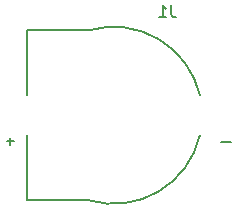
<source format=gbr>
%TF.GenerationSoftware,KiCad,Pcbnew,8.0.0*%
%TF.CreationDate,2024-04-09T10:55:27+02:00*%
%TF.ProjectId,LoraTimerSender,4c6f7261-5469-46d6-9572-53656e646572,rev?*%
%TF.SameCoordinates,Original*%
%TF.FileFunction,Legend,Bot*%
%TF.FilePolarity,Positive*%
%FSLAX46Y46*%
G04 Gerber Fmt 4.6, Leading zero omitted, Abs format (unit mm)*
G04 Created by KiCad (PCBNEW 8.0.0) date 2024-04-09 10:55:27*
%MOMM*%
%LPD*%
G01*
G04 APERTURE LIST*
%ADD10C,0.150000*%
%ADD11C,0.127000*%
G04 APERTURE END LIST*
D10*
X142404333Y-79150819D02*
X142404333Y-79865104D01*
X142404333Y-79865104D02*
X142451952Y-80007961D01*
X142451952Y-80007961D02*
X142547190Y-80103200D01*
X142547190Y-80103200D02*
X142690047Y-80150819D01*
X142690047Y-80150819D02*
X142785285Y-80150819D01*
X141404333Y-80150819D02*
X141975761Y-80150819D01*
X141690047Y-80150819D02*
X141690047Y-79150819D01*
X141690047Y-79150819D02*
X141785285Y-79293676D01*
X141785285Y-79293676D02*
X141880523Y-79388914D01*
X141880523Y-79388914D02*
X141975761Y-79436533D01*
X129068761Y-90666533D02*
X128459238Y-90666533D01*
X128763999Y-90971295D02*
X128763999Y-90361771D01*
X147478666Y-90692666D02*
X146625333Y-90692666D01*
D11*
%TO.C,J1*%
X130227000Y-81250000D02*
X130227000Y-86750000D01*
X130227000Y-81250000D02*
X135427000Y-81250000D01*
X130227000Y-95650000D02*
X130227000Y-90150000D01*
X130227000Y-95650000D02*
X135427000Y-95650000D01*
X135427000Y-81250001D02*
G75*
G02*
X144826998Y-86750000I2090347J-7210132D01*
G01*
X144827000Y-90150000D02*
G75*
G02*
X135427000Y-95650000I-7309653J1710133D01*
G01*
%TD*%
M02*

</source>
